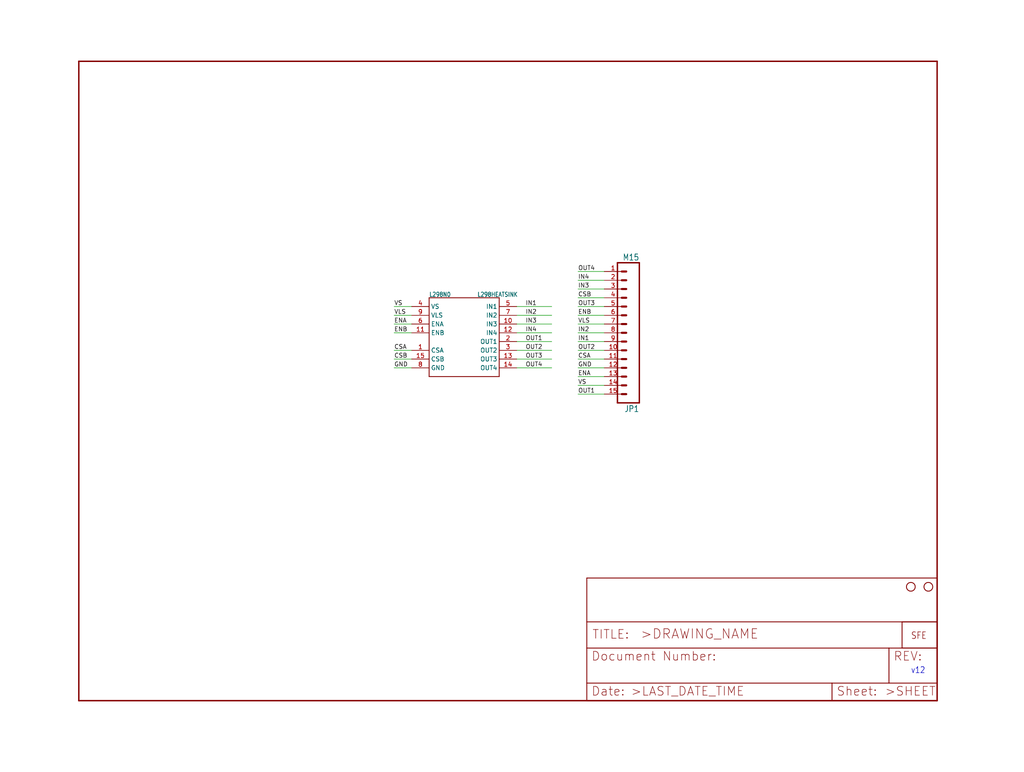
<source format=kicad_sch>
(kicad_sch (version 20211123) (generator eeschema)
  (paper "User" 297.002 223.926)
  (lib_symbols
    (symbol "eagleSchem-eagle-import:FRAME-LETTER"
      (symbol "FRAME-LETTER_1_0"
        (polyline (pts (xy 0 0) (xy 248.92 0)) (stroke (width 0.4064)))
        (polyline (pts (xy 0 185.42) (xy 0 0)) (stroke (width 0.4064)))
        (polyline (pts (xy 0 185.42) (xy 248.92 185.42)) (stroke (width 0.4064)))
        (polyline (pts (xy 248.92 185.42) (xy 248.92 0)) (stroke (width 0.4064)))
      )
      (symbol "FRAME-LETTER_2_0"
        (polyline (pts (xy 0 0) (xy 0 5.08)) (stroke (width 0.254)))
        (polyline (pts (xy 0 0) (xy 71.12 0)) (stroke (width 0.254)))
        (polyline (pts (xy 0 5.08) (xy 0 15.24)) (stroke (width 0.254)))
        (polyline (pts (xy 0 5.08) (xy 71.12 5.08)) (stroke (width 0.254)))
        (polyline (pts (xy 0 15.24) (xy 0 22.86)) (stroke (width 0.254)))
        (polyline (pts (xy 0 22.86) (xy 0 35.56)) (stroke (width 0.254)))
        (polyline (pts (xy 0 22.86) (xy 101.6 22.86)) (stroke (width 0.254)))
        (polyline (pts (xy 71.12 0) (xy 101.6 0)) (stroke (width 0.254)))
        (polyline (pts (xy 71.12 5.08) (xy 71.12 0)) (stroke (width 0.254)))
        (polyline (pts (xy 71.12 5.08) (xy 87.63 5.08)) (stroke (width 0.254)))
        (polyline (pts (xy 87.63 5.08) (xy 101.6 5.08)) (stroke (width 0.254)))
        (polyline (pts (xy 87.63 15.24) (xy 0 15.24)) (stroke (width 0.254)))
        (polyline (pts (xy 87.63 15.24) (xy 87.63 5.08)) (stroke (width 0.254)))
        (polyline (pts (xy 101.6 5.08) (xy 101.6 0)) (stroke (width 0.254)))
        (polyline (pts (xy 101.6 15.24) (xy 87.63 15.24)) (stroke (width 0.254)))
        (polyline (pts (xy 101.6 15.24) (xy 101.6 5.08)) (stroke (width 0.254)))
        (polyline (pts (xy 101.6 22.86) (xy 101.6 15.24)) (stroke (width 0.254)))
        (polyline (pts (xy 101.6 35.56) (xy 0 35.56)) (stroke (width 0.254)))
        (polyline (pts (xy 101.6 35.56) (xy 101.6 22.86)) (stroke (width 0.254)))
        (text ">DRAWING_NAME" (at 15.494 17.78 0) (effects (font (size 2.7432 2.7432)) (justify left bottom)))
        (text ">LAST_DATE_TIME" (at 12.7 1.27 0) (effects (font (size 2.54 2.54)) (justify left bottom)))
        (text ">SHEET" (at 86.36 1.27 0) (effects (font (size 2.54 2.54)) (justify left bottom)))
        (text "Date:" (at 1.27 1.27 0) (effects (font (size 2.54 2.54)) (justify left bottom)))
        (text "Document Number:" (at 1.27 11.43 0) (effects (font (size 2.54 2.54)) (justify left bottom)))
        (text "REV:" (at 88.9 11.43 0) (effects (font (size 2.54 2.54)) (justify left bottom)))
        (text "Sheet:" (at 72.39 1.27 0) (effects (font (size 2.54 2.54)) (justify left bottom)))
        (text "TITLE:" (at 1.524 17.78 0) (effects (font (size 2.54 2.54)) (justify left bottom)))
      )
    )
    (symbol "eagleSchem-eagle-import:L298HEATSINK"
      (property "Reference" "U" (at -10.16 10.414 0))
      (property "Value" "L298HEATSINK" (at 3.81 10.414 0))
      (symbol "L298HEATSINK_1_0"
        (polyline (pts (xy -10.16 -12.7) (xy -10.16 10.16)) (stroke (width 0.254)))
        (polyline (pts (xy -10.16 10.16) (xy 10.16 10.16)) (stroke (width 0.254)))
        (polyline (pts (xy 10.16 -12.7) (xy -10.16 -12.7)) (stroke (width 0.254)))
        (polyline (pts (xy 10.16 10.16) (xy 10.16 -12.7)) (stroke (width 0.254)))
        (pin bidirectional line (at -15.24 -5.08 0) (length 5.08) (name "CSA") (number "1"))
        (pin bidirectional line (at 15.24 2.54 180) (length 5.08) (name "IN3") (number "10"))
        (pin bidirectional line (at -15.24 0 0) (length 5.08) (name "ENB") (number "11"))
        (pin bidirectional line (at 15.24 0 180) (length 5.08) (name "IN4") (number "12"))
        (pin bidirectional line (at 15.24 -7.62 180) (length 5.08) (name "OUT3") (number "13"))
        (pin bidirectional line (at 15.24 -10.16 180) (length 5.08) (name "OUT4") (number "14"))
        (pin bidirectional line (at -15.24 -7.62 0) (length 5.08) (name "CSB") (number "15"))
        (pin bidirectional line (at 15.24 -2.54 180) (length 5.08) (name "OUT1") (number "2"))
        (pin bidirectional line (at 15.24 -5.08 180) (length 5.08) (name "OUT2") (number "3"))
        (pin bidirectional line (at -15.24 7.62 0) (length 5.08) (name "VS") (number "4"))
        (pin bidirectional line (at 15.24 7.62 180) (length 5.08) (name "IN1") (number "5"))
        (pin bidirectional line (at -15.24 2.54 0) (length 5.08) (name "ENA") (number "6"))
        (pin bidirectional line (at 15.24 5.08 180) (length 5.08) (name "IN2") (number "7"))
        (pin bidirectional line (at -15.24 -10.16 0) (length 5.08) (name "GND") (number "8"))
        (pin bidirectional line (at -15.24 5.08 0) (length 5.08) (name "VLS") (number "9"))
      )
    )
    (symbol "eagleSchem-eagle-import:LOGO-SFENEW"
      (symbol "LOGO-SFENEW_1_0"
        (polyline (pts (xy -2.54 -2.54) (xy 7.62 -2.54)) (stroke (width 0.254)))
        (polyline (pts (xy -2.54 5.08) (xy -2.54 -2.54)) (stroke (width 0.254)))
        (polyline (pts (xy 7.62 -2.54) (xy 7.62 5.08)) (stroke (width 0.254)))
        (polyline (pts (xy 7.62 5.08) (xy -2.54 5.08)) (stroke (width 0.254)))
        (text "SFE" (at 0 0 0) (effects (font (size 1.9304 1.6408)) (justify left bottom)))
      )
    )
    (symbol "eagleSchem-eagle-import:M15"
      (property "Reference" "JP" (at 0 21.082 0))
      (property "Value" "M15" (at 0 -22.86 0))
      (symbol "M15_1_0"
        (polyline (pts (xy 0 20.32) (xy 0 -20.32)) (stroke (width 0.4064)))
        (polyline (pts (xy 0 20.32) (xy 6.35 20.32)) (stroke (width 0.4064)))
        (polyline (pts (xy 3.81 -17.78) (xy 5.08 -17.78)) (stroke (width 0.6096)))
        (polyline (pts (xy 3.81 -15.24) (xy 5.08 -15.24)) (stroke (width 0.6096)))
        (polyline (pts (xy 3.81 -12.7) (xy 5.08 -12.7)) (stroke (width 0.6096)))
        (polyline (pts (xy 3.81 -10.16) (xy 5.08 -10.16)) (stroke (width 0.6096)))
        (polyline (pts (xy 3.81 -7.62) (xy 5.08 -7.62)) (stroke (width 0.6096)))
        (polyline (pts (xy 3.81 -5.08) (xy 5.08 -5.08)) (stroke (width 0.6096)))
        (polyline (pts (xy 3.81 -2.54) (xy 5.08 -2.54)) (stroke (width 0.6096)))
        (polyline (pts (xy 3.81 0) (xy 5.08 0)) (stroke (width 0.6096)))
        (polyline (pts (xy 3.81 2.54) (xy 5.08 2.54)) (stroke (width 0.6096)))
        (polyline (pts (xy 3.81 5.08) (xy 5.08 5.08)) (stroke (width 0.6096)))
        (polyline (pts (xy 3.81 7.62) (xy 5.08 7.62)) (stroke (width 0.6096)))
        (polyline (pts (xy 3.81 10.16) (xy 5.08 10.16)) (stroke (width 0.6096)))
        (polyline (pts (xy 3.81 12.7) (xy 5.08 12.7)) (stroke (width 0.6096)))
        (polyline (pts (xy 3.81 15.24) (xy 5.08 15.24)) (stroke (width 0.6096)))
        (polyline (pts (xy 3.81 17.78) (xy 5.08 17.78)) (stroke (width 0.6096)))
        (polyline (pts (xy 6.35 -20.32) (xy 0 -20.32)) (stroke (width 0.4064)))
        (polyline (pts (xy 6.35 -20.32) (xy 6.35 20.32)) (stroke (width 0.4064)))
        (pin passive line (at 10.16 -17.78 180) (length 5.08) (name "1") (number "1"))
        (pin passive line (at 10.16 5.08 180) (length 5.08) (name "10") (number "10"))
        (pin passive line (at 10.16 7.62 180) (length 5.08) (name "11") (number "11"))
        (pin passive line (at 10.16 10.16 180) (length 5.08) (name "12") (number "12"))
        (pin passive line (at 10.16 12.7 180) (length 5.08) (name "13") (number "13"))
        (pin passive line (at 10.16 15.24 180) (length 5.08) (name "14") (number "14"))
        (pin passive line (at 10.16 17.78 180) (length 5.08) (name "15") (number "15"))
        (pin passive line (at 10.16 -15.24 180) (length 5.08) (name "2") (number "2"))
        (pin passive line (at 10.16 -12.7 180) (length 5.08) (name "3") (number "3"))
        (pin passive line (at 10.16 -10.16 180) (length 5.08) (name "4") (number "4"))
        (pin passive line (at 10.16 -7.62 180) (length 5.08) (name "5") (number "5"))
        (pin passive line (at 10.16 -5.08 180) (length 5.08) (name "6") (number "6"))
        (pin passive line (at 10.16 -2.54 180) (length 5.08) (name "7") (number "7"))
        (pin passive line (at 10.16 0 180) (length 5.08) (name "8") (number "8"))
        (pin passive line (at 10.16 2.54 180) (length 5.08) (name "9") (number "9"))
      )
    )
    (symbol "eagleSchem-eagle-import:STAND-OFF"
      (symbol "STAND-OFF_1_0"
        (circle (center 0 0) (radius 1.27) (stroke (width 0.254)))
      )
    )
  )
  (wire (pts (xy 175.26 106.68) (xy 167.64 106.68)))
  (wire (pts (xy 119.38 106.68) (xy 114.3 106.68)))
  (wire (pts (xy 119.38 96.52) (xy 114.3 96.52)))
  (wire (pts (xy 149.86 93.98) (xy 160.02 93.98)))
  (wire (pts (xy 119.38 88.9) (xy 114.3 88.9)))
  (wire (pts (xy 149.86 88.9) (xy 160.02 88.9)))
  (wire (pts (xy 119.38 104.14) (xy 114.3 104.14)))
  (wire (pts (xy 175.26 93.98) (xy 167.64 93.98)))
  (wire (pts (xy 175.26 101.6) (xy 167.64 101.6)))
  (wire (pts (xy 175.26 99.06) (xy 167.64 99.06)))
  (wire (pts (xy 149.86 101.6) (xy 160.02 101.6)))
  (wire (pts (xy 119.38 101.6) (xy 114.3 101.6)))
  (wire (pts (xy 149.86 91.44) (xy 160.02 91.44)))
  (wire (pts (xy 175.26 91.44) (xy 167.64 91.44)))
  (wire (pts (xy 175.26 88.9) (xy 167.64 88.9)))
  (wire (pts (xy 119.38 91.44) (xy 114.3 91.44)))
  (wire (pts (xy 175.26 81.28) (xy 167.64 81.28)))
  (wire (pts (xy 149.86 99.06) (xy 160.02 99.06)))
  (wire (pts (xy 175.26 114.3) (xy 167.64 114.3)))
  (wire (pts (xy 149.86 96.52) (xy 160.02 96.52)))
  (wire (pts (xy 175.26 109.22) (xy 167.64 109.22)))
  (wire (pts (xy 175.26 86.36) (xy 167.64 86.36)))
  (wire (pts (xy 175.26 96.52) (xy 167.64 96.52)))
  (wire (pts (xy 149.86 104.14) (xy 160.02 104.14)))
  (wire (pts (xy 149.86 106.68) (xy 160.02 106.68)))
  (wire (pts (xy 175.26 111.76) (xy 167.64 111.76)))
  (wire (pts (xy 119.38 93.98) (xy 114.3 93.98)))
  (wire (pts (xy 175.26 83.82) (xy 167.64 83.82)))
  (wire (pts (xy 175.26 78.74) (xy 167.64 78.74)))
  (wire (pts (xy 175.26 104.14) (xy 167.64 104.14)))
  (text "v12" (at 264.16 195.58 180) (effects (font (size 1.778 1.5113)) (justify left bottom)))
  (label "ENB" (at 114.3 96.52 0) (effects (font (size 1.2446 1.2446))))
  (label "ENB" (at 167.64 91.44 0) (effects (font (size 1.2446 1.2446))))
  (label "OUT2" (at 167.64 101.6 0) (effects (font (size 1.2446 1.2446))))
  (label "IN2" (at 152.4 91.44 0) (effects (font (size 1.2446 1.2446))))
  (label "OUT3" (at 152.4 104.14 0) (effects (font (size 1.2446 1.2446))))
  (label "OUT4" (at 167.64 78.74 0) (effects (font (size 1.2446 1.2446))))
  (label "OUT1" (at 167.64 114.3 0) (effects (font (size 1.2446 1.2446))))
  (label "OUT2" (at 152.4 101.6 0) (effects (font (size 1.2446 1.2446))))
  (label "IN4" (at 152.4 96.52 0) (effects (font (size 1.2446 1.2446))))
  (label "OUT1" (at 152.4 99.06 0) (effects (font (size 1.2446 1.2446))))
  (label "IN3" (at 167.64 83.82 0) (effects (font (size 1.2446 1.2446))))
  (label "IN4" (at 167.64 81.28 0) (effects (font (size 1.2446 1.2446))))
  (label "CSA" (at 167.64 104.14 0) (effects (font (size 1.2446 1.2446))))
  (label "IN1" (at 152.4 88.9 0) (effects (font (size 1.2446 1.2446))))
  (label "CSA" (at 114.3 101.6 0) (effects (font (size 1.2446 1.2446))))
  (label "IN2" (at 167.64 96.52 0) (effects (font (size 1.2446 1.2446))))
  (label "VLS" (at 114.3 91.44 0) (effects (font (size 1.2446 1.2446))))
  (label "GND" (at 114.3 106.68 0) (effects (font (size 1.2446 1.2446))))
  (label "IN3" (at 152.4 93.98 0) (effects (font (size 1.2446 1.2446))))
  (label "IN1" (at 167.64 99.06 0) (effects (font (size 1.2446 1.2446))))
  (label "GND" (at 167.64 106.68 0) (effects (font (size 1.2446 1.2446))))
  (label "ENA" (at 114.3 93.98 0) (effects (font (size 1.2446 1.2446))))
  (label "VLS" (at 167.64 93.98 0) (effects (font (size 1.2446 1.2446))))
  (label "VS" (at 167.64 111.76 0) (effects (font (size 1.2446 1.2446))))
  (label "CSB" (at 114.3 104.14 0) (effects (font (size 1.2446 1.2446))))
  (label "ENA" (at 167.64 109.22 0) (effects (font (size 1.2446 1.2446))))
  (label "OUT3" (at 167.64 88.9 0) (effects (font (size 1.2446 1.2446))))
  (label "CSB" (at 167.64 86.36 0) (effects (font (size 1.2446 1.2446))))
  (label "OUT4" (at 152.4 106.68 0) (effects (font (size 1.2446 1.2446))))
  (label "VS" (at 114.3 88.9 0) (effects (font (size 1.2446 1.2446))))
  (symbol (lib_id "eagleSchem-eagle-import:L298HEATSINK") (at 134.62 96.52 0) (unit 1)
    (property "Reference" "L298N0" (at 124.46 86.106 0) (effects (font (size 1.27 1.0795)) (justify left bottom)))
    (property "Value" "L298HEATSINK" (at 138.43 86.106 0) (effects (font (size 1.27 1.0795)) (justify left bottom)))
    (property "Footprint" "eagleSchem:MULTIWATT15_6400BGHEATSINK" (effects hide))
  )
  (symbol (lib_id "eagleSchem-eagle-import:FRAME-LETTER") (at 22.86 203.2 0) (unit 1)
    (property "Reference" "#FRAME1" (effects hide))
    (property "Value" "FRAME-LETTER" (effects hide))
    (property "Footprint" "eagleSchem:" (effects hide))
  )
  (symbol (lib_id "eagleSchem-eagle-import:LOGO-SFENEW") (at 264.16 185.42 0) (unit 1)
    (property "Reference" "JP4" (effects hide))
    (property "Value" "LOGO-SFENEW" (effects hide))
    (property "Footprint" "eagleSchem:SFE-NEW-WEBLOGO" (effects hide))
  )
  (symbol (lib_id "eagleSchem-eagle-import:STAND-OFF") (at 264.16 170.18 0) (unit 1)
    (property "Reference" "JP3" (effects hide))
    (property "Value" "STAND-OFF" (effects hide))
    (property "Footprint" "eagleSchem:STAND-OFF" (effects hide))
  )
  (symbol (lib_id "eagleSchem-eagle-import:STAND-OFF") (at 269.24 170.18 0) (unit 1)
    (property "Reference" "JP2" (effects hide))
    (property "Value" "STAND-OFF" (effects hide))
    (property "Footprint" "eagleSchem:STAND-OFF" (effects hide))
  )
  (symbol (lib_id "eagleSchem-eagle-import:M15") (at 185.42 96.52 180) (unit 1)
    (property "Reference" "JP1" (at 185.42 117.602 0) (effects (font (size 1.778 1.5113)) (justify left bottom)))
    (property "Value" "M15" (at 185.42 73.66 0) (effects (font (size 1.778 1.5113)) (justify left bottom)))
    (property "Footprint" "eagleSchem:1X15" (effects hide))
  )
  (symbol (lib_id "eagleSchem-eagle-import:FRAME-LETTER") (at 170.18 203.2 0) (unit 2)
    (property "Reference" "#FRAME1" (effects hide))
    (property "Value" "FRAME-LETTER" (effects hide))
    (property "Footprint" "eagleSchem:" (effects hide))
  )
)
</source>
